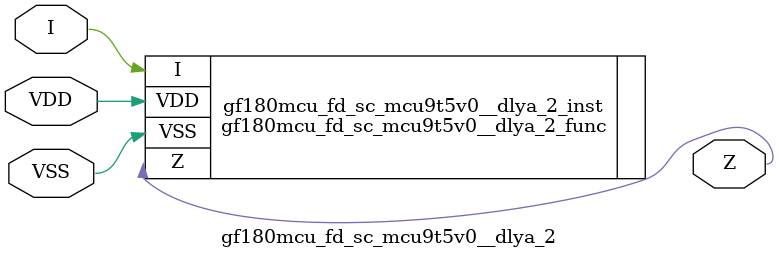
<source format=v>

module gf180mcu_fd_sc_mcu9t5v0__dlya_2( I, Z, VDD, VSS );
input I;
inout VDD, VSS;
output Z;

   `ifdef FUNCTIONAL  //  functional //

	gf180mcu_fd_sc_mcu9t5v0__dlya_2_func gf180mcu_fd_sc_mcu9t5v0__dlya_2_behav_inst(.I(I),.Z(Z),.VDD(VDD),.VSS(VSS));

   `else

	gf180mcu_fd_sc_mcu9t5v0__dlya_2_func gf180mcu_fd_sc_mcu9t5v0__dlya_2_inst(.I(I),.Z(Z),.VDD(VDD),.VSS(VSS));

	// spec_gates_begin


	// spec_gates_end



   specify

	// specify_block_begin

	// comb arc I --> Z
	 (I => Z) = (1.0,1.0);

	// specify_block_end

   endspecify

   `endif

endmodule

</source>
